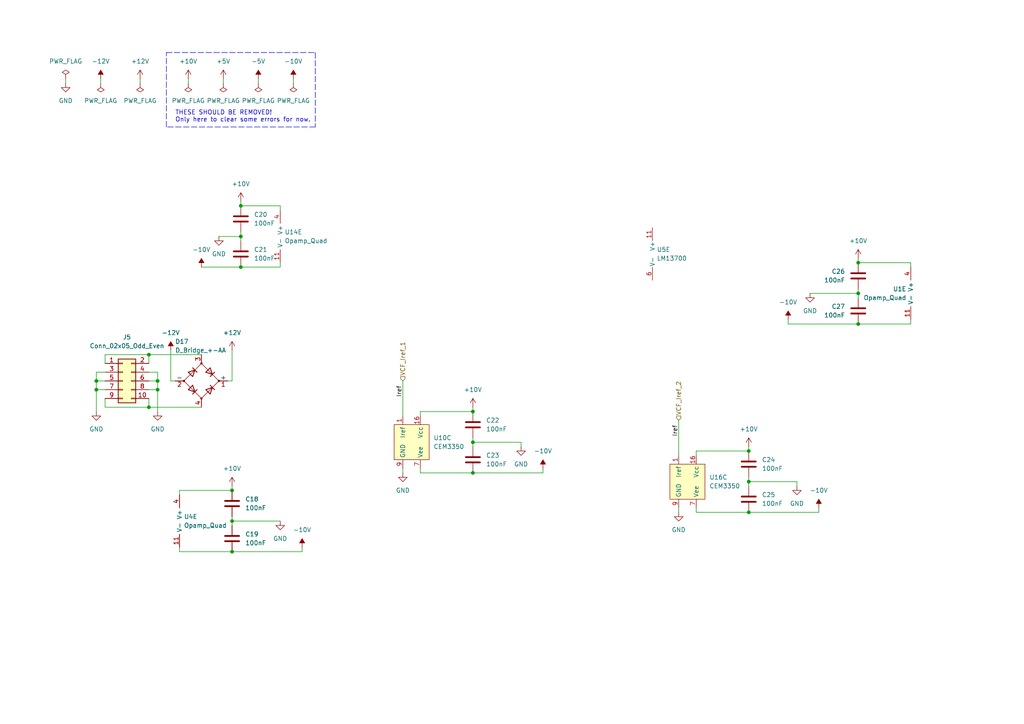
<source format=kicad_sch>
(kicad_sch (version 20210621) (generator eeschema)
  (paper "A4")
  (lib_symbols
    (symbol "Connector_Generic:Conn_02x05_Odd_Even" (pin_names (offset 1.016) hide)
      (property "Reference" "J" (at 1.27 7.62 0))
      (property "Value" "Conn_02x05_Odd_Even" (at 1.27 -7.62 0))
      (symbol "Conn_02x05_Odd_Even_1_1"
        (rectangle (start -1.27 -4.953) (end 0 -5.207) (stroke (width 0.1524)))
        (rectangle (start -1.27 -2.413) (end 0 -2.667) (stroke (width 0.1524)))
        (rectangle (start -1.27 0.127) (end 0 -0.127) (stroke (width 0.1524)))
        (rectangle (start -1.27 2.667) (end 0 2.413) (stroke (width 0.1524)))
        (rectangle (start -1.27 5.207) (end 0 4.953) (stroke (width 0.1524)))
        (rectangle (start -1.27 6.35) (end 3.81 -6.35) (stroke (width 0.254)) (fill (type background)))
        (rectangle (start 3.81 -4.953) (end 2.54 -5.207) (stroke (width 0.1524)))
        (rectangle (start 3.81 -2.413) (end 2.54 -2.667) (stroke (width 0.1524)))
        (rectangle (start 3.81 0.127) (end 2.54 -0.127) (stroke (width 0.1524)))
        (rectangle (start 3.81 2.667) (end 2.54 2.413) (stroke (width 0.1524)))
        (rectangle (start 3.81 5.207) (end 2.54 4.953) (stroke (width 0.1524)))
        (pin passive line (at -5.08 5.08 0) (length 3.81) (name "Pin_1") (number "1"))
        (pin passive line (at 7.62 -5.08 180) (length 3.81) (name "Pin_10") (number "10"))
        (pin passive line (at 7.62 5.08 180) (length 3.81) (name "Pin_2") (number "2"))
        (pin passive line (at -5.08 2.54 0) (length 3.81) (name "Pin_3") (number "3"))
        (pin passive line (at 7.62 2.54 180) (length 3.81) (name "Pin_4") (number "4"))
        (pin passive line (at -5.08 0 0) (length 3.81) (name "Pin_5") (number "5"))
        (pin passive line (at 7.62 0 180) (length 3.81) (name "Pin_6") (number "6"))
        (pin passive line (at -5.08 -2.54 0) (length 3.81) (name "Pin_7") (number "7"))
        (pin passive line (at 7.62 -2.54 180) (length 3.81) (name "Pin_8") (number "8"))
        (pin passive line (at -5.08 -5.08 0) (length 3.81) (name "Pin_9") (number "9"))
      )
    )
    (symbol "Device:C" (pin_numbers hide) (pin_names (offset 0.254))
      (property "Reference" "C" (at 0.635 2.54 0))
      (property "Value" "C" (at 0.635 -2.54 0))
      (symbol "C_0_1"
        (polyline (pts (xy -2.032 -0.762) (xy 2.032 -0.762)) (stroke (width 0.508)))
        (polyline (pts (xy -2.032 0.762) (xy 2.032 0.762)) (stroke (width 0.508)))
      )
      (symbol "C_1_1"
        (pin passive line (at 0 3.81 270) (length 2.794) (name "~") (number "1"))
        (pin passive line (at 0 -3.81 90) (length 2.794) (name "~") (number "2"))
      )
    )
    (symbol "Device:D_Bridge_+-AA" (pin_names (offset 0))
      (property "Reference" "D" (at 2.54 6.985 0))
      (property "Value" "D_Bridge_+-AA" (at 2.54 5.08 0))
      (symbol "D_Bridge_+-AA_0_1"
        (circle (center -5.08 0) (radius 0.254) (fill (type outline)))
        (circle (center 0 -5.08) (radius 0.254) (fill (type outline)))
        (polyline (pts (xy -2.54 3.81) (xy -1.27 2.54)) (stroke (width 0.254)))
        (polyline (pts (xy -1.27 -2.54) (xy -2.54 -3.81)) (stroke (width 0.254)))
        (polyline (pts (xy 2.54 -1.27) (xy 3.81 -2.54)) (stroke (width 0.254)))
        (polyline (pts (xy 2.54 1.27) (xy 3.81 2.54)) (stroke (width 0.254)))
        (polyline (pts (xy -3.81 2.54) (xy -2.54 1.27) (xy -1.905 3.175) (xy -3.81 2.54)) (stroke (width 0.254)))
        (polyline (pts (xy -2.54 -1.27) (xy -3.81 -2.54) (xy -1.905 -3.175) (xy -2.54 -1.27)) (stroke (width 0.254)))
        (polyline (pts (xy 1.27 2.54) (xy 2.54 3.81) (xy 3.175 1.905) (xy 1.27 2.54)) (stroke (width 0.254)))
        (polyline (pts (xy 3.175 -1.905) (xy 1.27 -2.54) (xy 2.54 -3.81) (xy 3.175 -1.905)) (stroke (width 0.254)))
        (polyline (pts (xy -5.08 0) (xy 0 -5.08) (xy 5.08 0) (xy 0 5.08) (xy -5.08 0)))
        (circle (center 0 5.08) (radius 0.254) (fill (type outline)))
        (circle (center 5.08 0) (radius 0.254) (fill (type outline)))
      )
      (symbol "D_Bridge_+-AA_1_1"
        (pin passive line (at 7.62 0 180) (length 2.54) (name "+") (number "1"))
        (pin passive line (at -7.62 0 0) (length 2.54) (name "-") (number "2"))
        (pin passive line (at 0 7.62 270) (length 2.54) (name "~") (number "3"))
        (pin passive line (at 0 -7.62 90) (length 2.54) (name "~") (number "4"))
      )
    )
    (symbol "Device:Opamp_Quad"
      (property "Reference" "U" (at 0 5.08 0))
      (property "Value" "Opamp_Quad" (at 0 -5.08 0))
      (symbol "Opamp_Quad_1_1"
        (polyline (pts (xy -5.08 5.08) (xy 5.08 0) (xy -5.08 -5.08) (xy -5.08 5.08)) (stroke (width 0.254)) (fill (type background)))
        (pin output line (at 7.62 0 180) (length 2.54) (name "~") (number "1"))
        (pin input line (at -7.62 -2.54 0) (length 2.54) (name "-") (number "2"))
        (pin input line (at -7.62 2.54 0) (length 2.54) (name "+") (number "3"))
      )
      (symbol "Opamp_Quad_2_1"
        (polyline (pts (xy -5.08 5.08) (xy 5.08 0) (xy -5.08 -5.08) (xy -5.08 5.08)) (stroke (width 0.254)) (fill (type background)))
        (pin input line (at -7.62 2.54 0) (length 2.54) (name "+") (number "5"))
        (pin input line (at -7.62 -2.54 0) (length 2.54) (name "-") (number "6"))
        (pin output line (at 7.62 0 180) (length 2.54) (name "~") (number "7"))
      )
      (symbol "Opamp_Quad_3_1"
        (polyline (pts (xy -5.08 5.08) (xy 5.08 0) (xy -5.08 -5.08) (xy -5.08 5.08)) (stroke (width 0.254)) (fill (type background)))
        (pin input line (at -7.62 2.54 0) (length 2.54) (name "+") (number "10"))
        (pin output line (at 7.62 0 180) (length 2.54) (name "~") (number "8"))
        (pin input line (at -7.62 -2.54 0) (length 2.54) (name "-") (number "9"))
      )
      (symbol "Opamp_Quad_4_1"
        (polyline (pts (xy -5.08 5.08) (xy 5.08 0) (xy -5.08 -5.08) (xy -5.08 5.08)) (stroke (width 0.254)) (fill (type background)))
        (pin input line (at -7.62 2.54 0) (length 2.54) (name "+") (number "12"))
        (pin input line (at -7.62 -2.54 0) (length 2.54) (name "-") (number "13"))
        (pin output line (at 7.62 0 180) (length 2.54) (name "~") (number "14"))
      )
      (symbol "Opamp_Quad_5_1"
        (pin power_in line (at -2.54 -7.62 90) (length 3.81) (name "V-") (number "11"))
        (pin power_in line (at -2.54 7.62 270) (length 3.81) (name "V+") (number "4"))
      )
    )
    (symbol "Modular_Mayhem:CEM3350"
      (property "Reference" "U" (at -6.35 6.35 0))
      (property "Value" "CEM3350" (at 7.62 6.35 0))
      (symbol "CEM3350_0_1"
        (rectangle (start -5.08 5.08) (end 5.08 -5.08) (stroke (width 0.1524)) (fill (type background)))
      )
      (symbol "CEM3350_1_1"
        (pin input line (at -7.62 3.81 0) (length 2.54) (name "Vif") (number "2"))
        (pin bidirectional line (at 7.62 1.27 180) (length 2.54) (name "Vlp") (number "3"))
        (pin input line (at -7.62 1.27 0) (length 2.54) (name "Viv") (number "4"))
        (pin bidirectional line (at 7.62 -1.27 180) (length 2.54) (name "Vbp") (number "5"))
        (pin input line (at -7.62 -1.27 0) (length 2.54) (name "Vcq") (number "6"))
        (pin input line (at -7.62 -3.81 0) (length 2.54) (name "Vcf") (number "8"))
      )
      (symbol "CEM3350_2_1"
        (pin input line (at -7.62 -3.81 0) (length 2.54) (name "Vcf") (number "10"))
        (pin input line (at -7.62 -1.27 0) (length 2.54) (name "Vcq") (number "11"))
        (pin input line (at -7.62 3.81 0) (length 2.54) (name "Vif") (number "12"))
        (pin bidirectional line (at 7.62 1.27 180) (length 2.54) (name "Vlp") (number "13"))
        (pin input line (at -7.62 1.27 0) (length 2.54) (name "Viv") (number "14"))
        (pin bidirectional line (at 7.62 -1.27 180) (length 2.54) (name "Vbp") (number "15"))
      )
      (symbol "CEM3350_3_1"
        (pin input line (at -2.54 7.62 270) (length 2.54) (name "Iref") (number "1"))
        (pin input line (at 2.54 7.62 270) (length 2.54) (name "Vcc") (number "16"))
        (pin input line (at 2.54 -7.62 90) (length 2.54) (name "Vee") (number "7"))
        (pin input line (at -2.54 -7.62 90) (length 2.54) (name "GND") (number "9"))
      )
    )
    (symbol "Modular_Mayhem:LM13700" (pin_names (offset 0.127))
      (property "Reference" "U" (at 3.81 5.08 0))
      (property "Value" "LM13700" (at 5.08 -5.08 0))
      (symbol "LM13700_1_1"
        (polyline (pts (xy 6.35 1.27) (xy 6.35 0.508)) (stroke (width 0.1524)))
        (polyline (pts (xy 5.08 0) (xy -5.08 -5.08) (xy -5.08 5.08) (xy 5.08 0)) (stroke (width 0.254)) (fill (type background)))
        (circle (center 5.842 0) (radius 0.7184) (stroke (width 0.1524)))
        (circle (center 6.858 0) (radius 0.7184) (stroke (width 0.1524)))
        (pin open_collector line (at 10.16 0 180) (length 2.54) (name "~") (number "12"))
        (pin input line (at -7.62 2.54 0) (length 2.54) (name "-") (number "13"))
        (pin input line (at -7.62 -2.54 0) (length 2.54) (name "+") (number "14"))
        (pin input line (at -7.62 0 0) (length 2.54) (name "DIODE_BIAS") (number "15"))
        (pin input line (at 6.35 3.81 270) (length 2.54) (name "~") (number "16"))
      )
      (symbol "LM13700_2_0"
        (polyline (pts (xy -1.905 2.54) (xy -3.175 2.54)))
      )
      (symbol "LM13700_2_1"
        (circle (center -2.54 1.905) (radius 0.254) (stroke (width 0.254)) (fill (type outline)))
        (polyline (pts (xy -3.81 -0.635) (xy -2.54 -1.27)))
        (polyline (pts (xy -3.81 1.27) (xy -3.81 -1.27)))
        (polyline (pts (xy -2.54 -1.905) (xy -1.27 -2.54)))
        (polyline (pts (xy -2.54 0) (xy -2.54 -2.54)))
        (polyline (pts (xy -3.81 0.635) (xy -2.54 1.27) (xy -2.54 1.905) (xy -2.54 2.54)))
        (polyline (pts (xy -2.54 -1.27) (xy -3.175 -0.635) (xy -3.175 -1.27) (xy -2.54 -1.27)) (fill (type outline)))
        (polyline (pts (xy -2.54 -0.635) (xy -1.27 0) (xy -1.27 1.905) (xy -2.54 1.905)))
        (polyline (pts (xy -1.27 -2.54) (xy -1.905 -1.905) (xy -1.905 -2.54) (xy -1.27 -2.54)) (fill (type outline)))
        (text "V+" (at -2.54 3.81 0) (effects (font (size 1.27 1.27))))
        (pin input line (at -7.62 0 0) (length 3.81) (name "~") (number "10"))
        (pin open_emitter line (at 2.54 -2.54 180) (length 3.81) (name "~") (number "9"))
      )
      (symbol "LM13700_3_1"
        (polyline (pts (xy 6.35 1.27) (xy 6.35 0.508)) (stroke (width 0.1524)))
        (polyline (pts (xy 5.08 0) (xy -5.08 -5.08) (xy -5.08 5.08) (xy 5.08 0)) (stroke (width 0.254)) (fill (type background)))
        (circle (center 5.842 0) (radius 0.7184) (stroke (width 0.1524)))
        (circle (center 6.858 0) (radius 0.7184) (stroke (width 0.1524)))
        (pin input line (at 6.35 3.81 270) (length 2.54) (name "~") (number "1"))
        (pin input line (at -7.62 0 0) (length 2.54) (name "DIODE_BIAS") (number "2"))
        (pin input line (at -7.62 -2.54 0) (length 2.54) (name "+") (number "3"))
        (pin input line (at -7.62 2.54 0) (length 2.54) (name "-") (number "4"))
        (pin open_collector line (at 10.16 0 180) (length 2.54) (name "~") (number "5"))
      )
      (symbol "LM13700_4_0"
        (polyline (pts (xy -3.175 2.54) (xy -1.905 2.54)))
        (text "V+" (at -2.54 3.81 0) (effects (font (size 1.27 1.27))))
      )
      (symbol "LM13700_4_1"
        (circle (center -2.54 1.905) (radius 0.254) (stroke (width 0.254)) (fill (type outline)))
        (polyline (pts (xy -3.81 -0.635) (xy -2.54 -1.27)))
        (polyline (pts (xy -3.81 1.27) (xy -3.81 -1.27)))
        (polyline (pts (xy -2.54 -1.905) (xy -1.27 -2.54)))
        (polyline (pts (xy -2.54 0) (xy -2.54 -2.54)))
        (polyline (pts (xy -3.81 0.635) (xy -2.54 1.27) (xy -2.54 2.54)))
        (polyline (pts (xy -2.54 -1.27) (xy -3.175 -0.635) (xy -3.175 -1.27) (xy -2.54 -1.27)) (fill (type outline)))
        (polyline (pts (xy -2.54 -0.635) (xy -1.27 0) (xy -1.27 1.905) (xy -2.54 1.905)))
        (polyline (pts (xy -1.27 -2.54) (xy -1.905 -1.905) (xy -1.905 -2.54) (xy -1.27 -2.54)) (fill (type outline)))
        (pin input line (at -7.62 0 0) (length 3.81) (name "~") (number "7"))
        (pin open_emitter line (at 2.54 -2.54 180) (length 3.81) (name "~") (number "8"))
      )
      (symbol "LM13700_5_1"
        (pin power_in line (at -2.54 7.62 270) (length 3.81) (name "V+") (number "11"))
        (pin power_in line (at -2.54 -7.62 90) (length 3.81) (name "V-") (number "6"))
      )
    )
    (symbol "power:+10V" (power) (pin_names (offset 0))
      (property "Value" "+10V" (at 0 3.556 0))
      (symbol "+10V_0_1"
        (polyline (pts (xy -0.762 1.27) (xy 0 2.54)))
        (polyline (pts (xy 0 0) (xy 0 2.54)))
        (polyline (pts (xy 0 2.54) (xy 0.762 1.27)))
      )
      (symbol "+10V_1_1"
        (pin power_in line (at 0 0 90) (length 0) hide (name "+10V") (number "1"))
      )
    )
    (symbol "power:+12V" (power) (pin_names (offset 0))
      (property "Value" "+12V" (at 0 3.556 0))
      (symbol "+12V_0_1"
        (polyline (pts (xy -0.762 1.27) (xy 0 2.54)))
        (polyline (pts (xy 0 0) (xy 0 2.54)))
        (polyline (pts (xy 0 2.54) (xy 0.762 1.27)))
      )
      (symbol "+12V_1_1"
        (pin power_in line (at 0 0 90) (length 0) hide (name "+12V") (number "1"))
      )
    )
    (symbol "power:+5V" (power) (pin_names (offset 0))
      (property "Value" "+5V" (at 0 3.556 0))
      (symbol "+5V_0_1"
        (polyline (pts (xy -0.762 1.27) (xy 0 2.54)))
        (polyline (pts (xy 0 0) (xy 0 2.54)))
        (polyline (pts (xy 0 2.54) (xy 0.762 1.27)))
      )
      (symbol "+5V_1_1"
        (pin power_in line (at 0 0 90) (length 0) hide (name "+5V") (number "1"))
      )
    )
    (symbol "power:-10V" (power) (pin_names (offset 0))
      (property "Value" "-10V" (at 0 3.81 0))
      (symbol "-10V_0_0"
        (pin power_in line (at 0 0 90) (length 0) hide (name "-10V") (number "1"))
      )
      (symbol "-10V_0_1"
        (polyline (pts (xy 0 0) (xy 0 1.27) (xy 0.762 1.27) (xy 0 2.54) (xy -0.762 1.27) (xy 0 1.27)) (fill (type outline)))
      )
    )
    (symbol "power:-12V" (power) (pin_names (offset 0))
      (property "Value" "-12V" (at 0 3.81 0))
      (symbol "-12V_0_0"
        (pin power_in line (at 0 0 90) (length 0) hide (name "-12V") (number "1"))
      )
      (symbol "-12V_0_1"
        (polyline (pts (xy 0 0) (xy 0 1.27) (xy 0.762 1.27) (xy 0 2.54) (xy -0.762 1.27) (xy 0 1.27)) (fill (type outline)))
      )
    )
    (symbol "power:-5V" (power) (pin_names (offset 0))
      (property "Value" "-5V" (at 0 3.81 0))
      (symbol "-5V_0_0"
        (pin power_in line (at 0 0 90) (length 0) hide (name "-5V") (number "1"))
      )
      (symbol "-5V_0_1"
        (polyline (pts (xy 0 0) (xy 0 1.27) (xy 0.762 1.27) (xy 0 2.54) (xy -0.762 1.27) (xy 0 1.27)) (fill (type outline)))
      )
    )
    (symbol "power:GND" (power) (pin_names (offset 0))
      (property "Value" "GND" (at 0 -3.81 0))
      (symbol "GND_0_1"
        (polyline (pts (xy 0 0) (xy 0 -1.27) (xy 1.27 -1.27) (xy 0 -2.54) (xy -1.27 -1.27) (xy 0 -1.27)))
      )
      (symbol "GND_1_1"
        (pin power_in line (at 0 0 270) (length 0) hide (name "GND") (number "1"))
      )
    )
    (symbol "power:PWR_FLAG" (power) (pin_numbers hide) (pin_names (offset 0) hide)
      (property "Value" "PWR_FLAG" (at 0 3.81 0))
      (symbol "PWR_FLAG_0_0"
        (pin power_out line (at 0 0 90) (length 0) (name "pwr") (number "1"))
      )
      (symbol "PWR_FLAG_0_1"
        (polyline (pts (xy 0 0) (xy 0 1.27) (xy -1.016 1.905) (xy 0 2.54) (xy 1.016 1.905) (xy 0 1.27)))
      )
    )
  )
  (junction (at 27.94 110.4901))
  (junction (at 217.17 139.7))
  (junction (at 217.17 130.81))
  (junction (at 45.72 113.0301))
  (junction (at 248.92 85.09))
  (junction (at 137.16 128.27))
  (junction (at 248.92 93.98))
  (junction (at 45.72 110.4901))
  (junction (at 137.16 137.16))
  (junction (at 248.92 76.2))
  (junction (at 69.85 68.58))
  (junction (at 67.31 160.02))
  (junction (at 67.31 151.13))
  (junction (at 137.16 119.38))
  (junction (at 69.85 59.69))
  (junction (at 27.94 113.0301))
  (junction (at 43.18 118.1101))
  (junction (at 217.17 148.59))
  (junction (at 69.85 77.47))
  (junction (at 43.18 102.8701))
  (junction (at 67.31 142.24))
  (wire (pts (xy 49.53 101.6) (xy 49.53 110.49)))
  (wire (pts (xy 196.85 121.92) (xy 196.85 132.08)))
  (wire (pts (xy 87.63 160.02) (xy 67.31 160.02)))
  (wire (pts (xy 157.48 137.16) (xy 137.16 137.16)))
  (wire (pts (xy 201.93 130.81) (xy 201.93 132.08)))
  (wire (pts (xy 27.94 113.0301) (xy 27.94 110.4901)))
  (wire (pts (xy 27.94 110.4901) (xy 27.94 107.9501)))
  (wire (pts (xy 27.94 107.9501) (xy 30.48 107.9501)))
  (wire (pts (xy 27.94 119.3801) (xy 27.94 113.0301)))
  (wire (pts (xy 43.18 110.4901) (xy 45.72 110.4901)))
  (wire (pts (xy 201.93 148.59) (xy 201.93 147.32)))
  (wire (pts (xy 248.92 85.09) (xy 248.92 86.36)))
  (polyline (pts (xy 91.44 15.24) (xy 91.44 36.83)))
  (polyline (pts (xy 48.26 36.83) (xy 48.26 15.24)))
  (polyline (pts (xy 48.26 15.24) (xy 91.44 15.24)))
  (polyline (pts (xy 91.44 36.83) (xy 48.26 36.83)))
  (wire (pts (xy 137.16 127) (xy 137.16 128.27)))
  (wire (pts (xy 40.64 22.86) (xy 40.64 24.13)))
  (wire (pts (xy 85.09 22.86) (xy 85.09 24.13)))
  (wire (pts (xy 217.17 139.7) (xy 231.14 139.7)))
  (wire (pts (xy 69.85 68.58) (xy 69.85 69.85)))
  (wire (pts (xy 217.17 130.81) (xy 201.93 130.81)))
  (wire (pts (xy 237.49 147.32) (xy 237.49 148.59)))
  (wire (pts (xy 137.16 118.11) (xy 137.16 119.38)))
  (wire (pts (xy 49.53 110.49) (xy 50.8 110.49)))
  (wire (pts (xy 19.05 22.86) (xy 19.05 24.13)))
  (wire (pts (xy 67.31 160.02) (xy 52.07 160.02)))
  (wire (pts (xy 248.92 76.2) (xy 264.16 76.2)))
  (wire (pts (xy 69.85 77.47) (xy 81.28 77.47)))
  (wire (pts (xy 217.17 129.54) (xy 217.17 130.81)))
  (wire (pts (xy 43.18 102.8701) (xy 43.18 105.4101)))
  (wire (pts (xy 116.84 135.89) (xy 116.84 137.16)))
  (wire (pts (xy 58.42 77.47) (xy 69.85 77.47)))
  (wire (pts (xy 43.18 115.5701) (xy 43.18 118.1101)))
  (wire (pts (xy 45.72 107.9501) (xy 43.18 107.9501)))
  (wire (pts (xy 45.72 110.4901) (xy 45.72 107.9501)))
  (wire (pts (xy 45.72 113.0301) (xy 45.72 110.4901)))
  (wire (pts (xy 45.72 119.3801) (xy 45.72 113.0301)))
  (wire (pts (xy 67.31 101.6) (xy 67.31 110.49)))
  (wire (pts (xy 67.31 140.97) (xy 67.31 142.24)))
  (wire (pts (xy 137.16 128.27) (xy 151.13 128.27)))
  (wire (pts (xy 67.31 149.86) (xy 67.31 151.13)))
  (wire (pts (xy 74.93 22.86) (xy 74.93 24.13)))
  (wire (pts (xy 264.16 76.2) (xy 264.16 77.47)))
  (wire (pts (xy 67.31 142.24) (xy 52.07 142.24)))
  (wire (pts (xy 121.92 137.16) (xy 121.92 135.89)))
  (wire (pts (xy 52.07 142.24) (xy 52.07 143.51)))
  (wire (pts (xy 248.92 85.09) (xy 234.95 85.09)))
  (wire (pts (xy 63.5 68.58) (xy 69.85 68.58)))
  (wire (pts (xy 64.77 22.86) (xy 64.77 24.13)))
  (wire (pts (xy 248.92 74.93) (xy 248.92 76.2)))
  (wire (pts (xy 137.16 137.16) (xy 121.92 137.16)))
  (wire (pts (xy 116.84 110.49) (xy 116.84 120.65)))
  (wire (pts (xy 81.28 77.47) (xy 81.28 76.2)))
  (wire (pts (xy 248.92 83.82) (xy 248.92 85.09)))
  (wire (pts (xy 121.92 119.38) (xy 121.92 120.65)))
  (wire (pts (xy 228.6 93.98) (xy 248.92 93.98)))
  (wire (pts (xy 264.16 93.98) (xy 264.16 92.71)))
  (wire (pts (xy 69.85 67.31) (xy 69.85 68.58)))
  (wire (pts (xy 196.85 147.32) (xy 196.85 148.59)))
  (wire (pts (xy 54.61 22.86) (xy 54.61 24.13)))
  (wire (pts (xy 151.13 128.27) (xy 151.13 129.54)))
  (wire (pts (xy 43.18 102.8701) (xy 58.42 102.87)))
  (wire (pts (xy 30.48 102.8701) (xy 43.18 102.8701)))
  (wire (pts (xy 30.48 105.4101) (xy 30.48 102.8701)))
  (wire (pts (xy 27.94 113.0301) (xy 30.48 113.0301)))
  (wire (pts (xy 157.48 135.89) (xy 157.48 137.16)))
  (wire (pts (xy 27.94 110.4901) (xy 30.48 110.4901)))
  (wire (pts (xy 81.28 60.96) (xy 81.28 59.69)))
  (wire (pts (xy 248.92 93.98) (xy 264.16 93.98)))
  (wire (pts (xy 66.04 110.49) (xy 67.31 110.49)))
  (wire (pts (xy 137.16 119.38) (xy 121.92 119.38)))
  (wire (pts (xy 52.07 160.02) (xy 52.07 158.75)))
  (wire (pts (xy 228.6 92.71) (xy 228.6 93.98)))
  (wire (pts (xy 29.21 22.86) (xy 29.21 24.13)))
  (wire (pts (xy 137.16 128.27) (xy 137.16 129.54)))
  (wire (pts (xy 69.85 58.42) (xy 69.85 59.69)))
  (wire (pts (xy 217.17 139.7) (xy 217.17 140.97)))
  (wire (pts (xy 217.17 138.43) (xy 217.17 139.7)))
  (wire (pts (xy 217.17 148.59) (xy 237.49 148.59)))
  (wire (pts (xy 201.93 148.59) (xy 217.17 148.59)))
  (wire (pts (xy 67.31 151.13) (xy 67.31 152.4)))
  (wire (pts (xy 81.28 59.69) (xy 69.85 59.69)))
  (wire (pts (xy 30.48 115.5701) (xy 30.48 118.1101)))
  (wire (pts (xy 30.48 118.1101) (xy 43.18 118.1101)))
  (wire (pts (xy 43.18 118.1101) (xy 58.42 118.11)))
  (wire (pts (xy 231.14 139.7) (xy 231.14 140.97)))
  (wire (pts (xy 43.18 113.0301) (xy 45.72 113.0301)))
  (wire (pts (xy 67.31 151.13) (xy 81.28 151.13)))
  (wire (pts (xy 87.63 158.75) (xy 87.63 160.02)))
  (text "THESE SHOULD BE REMOVED!\nOnly here to clear some errors for now." (at 50.8 35.56 0) (effects (font (size 1.27 1.27)) (justify left bottom)))
  (label "Iref" (at 116.84 111.76 270))
  (label "Iref" (at 196.85 123.19 270))
  (hierarchical_label "VCF_Iref_2" (shape input) (at 196.85 121.92 90))
  (hierarchical_label "VCF_Iref_1" (shape input) (at 116.84 110.49 90))
  (symbol (lib_id "power:+12V") (at 67.31 101.6 0) (unit 1)
    (property "Reference" "#PWR065" (effects hide))
    (property "Value" "+12V" (at 67.31 96.52 0))
  )
  (symbol (lib_id "power:GND") (at 63.5 68.58 0) (unit 1)
    (property "Reference" "#PWR064" (effects hide))
    (property "Value" "GND" (at 63.5 73.66 0))
  )
  (symbol (lib_id "Device:Opamp_Quad") (at 261.62 85.09 0) (mirror y) (unit 5)
    (property "Reference" "U1" (at 262.89 83.8199 0) (effects (justify left)))
    (property "Value" "Opamp_Quad" (at 262.89 86.3599 0) (effects (justify left)))
  )
  (symbol (lib_id "Device:C") (at 248.92 90.17 0) (mirror y) (unit 1)
    (property "Reference" "C27" (at 245.11 88.8999 0) (effects (justify left)))
    (property "Value" "100nF" (at 245.11 91.4399 0) (effects (justify left)))
  )
  (symbol (lib_id "power:GND") (at 19.05 24.13 0) (unit 1)
    (property "Reference" "#PWR0101" (effects hide))
    (property "Value" "GND" (at 19.05 29.21 0))
  )
  (symbol (lib_id "Device:C") (at 248.92 80.01 0) (mirror y) (unit 1)
    (property "Reference" "C26" (at 245.11 78.7399 0) (effects (justify left)))
    (property "Value" "100nF" (at 245.11 81.2799 0) (effects (justify left)))
  )
  (symbol (lib_id "Device:Opamp_Quad") (at 83.82 68.58 0) (unit 5)
    (property "Reference" "U14" (at 82.55 67.3099 0) (effects (justify left)))
    (property "Value" "Opamp_Quad" (at 82.55 69.8499 0) (effects (justify left)))
  )
  (symbol (lib_id "Device:C") (at 67.31 156.21 0) (unit 1)
    (property "Reference" "C19" (at 71.12 154.9399 0) (effects (justify left)))
    (property "Value" "100nF" (at 71.12 157.4799 0) (effects (justify left)))
  )
  (symbol (lib_id "Connector_Generic:Conn_02x05_Odd_Even") (at 35.56 110.4901 0) (unit 1)
    (property "Reference" "J5" (at 36.83 97.7901 0))
    (property "Value" "Conn_02x05_Odd_Even" (at 36.83 100.3301 0))
  )
  (symbol (lib_id "power:+10V") (at 217.17 129.54 0) (unit 1)
    (property "Reference" "#PWR075" (effects hide))
    (property "Value" "+10V" (at 217.17 124.46 0))
  )
  (symbol (lib_id "power:-5V") (at 74.93 22.86 0) (unit 1)
    (property "Reference" "#PWR059" (effects hide))
    (property "Value" "-5V" (at 74.93 17.78 0))
  )
  (symbol (lib_id "power:PWR_FLAG") (at 74.93 24.13 180) (unit 1)
    (property "Reference" "#FLG03" (effects hide))
    (property "Value" "PWR_FLAG" (at 74.93 29.21 0))
  )
  (symbol (lib_id "Device:C") (at 217.17 134.62 0) (unit 1)
    (property "Reference" "C24" (at 220.98 133.3499 0) (effects (justify left)))
    (property "Value" "100nF" (at 220.98 135.8899 0) (effects (justify left)))
  )
  (symbol (lib_id "Device:C") (at 69.85 73.66 0) (unit 1)
    (property "Reference" "C21" (at 73.66 72.3899 0) (effects (justify left)))
    (property "Value" "100nF" (at 73.66 74.9299 0) (effects (justify left)))
  )
  (symbol (lib_id "power:+10V") (at 248.92 74.93 0) (mirror y) (unit 1)
    (property "Reference" "#PWR080" (effects hide))
    (property "Value" "+10V" (at 248.92 69.85 0))
  )
  (symbol (lib_id "power:+10V") (at 137.16 118.11 0) (unit 1)
    (property "Reference" "#PWR071" (effects hide))
    (property "Value" "+10V" (at 137.16 113.03 0))
  )
  (symbol (lib_id "power:-10V") (at 85.09 22.86 0) (unit 1)
    (property "Reference" "#PWR061" (effects hide))
    (property "Value" "-10V" (at 85.09 17.78 0))
  )
  (symbol (lib_id "power:-10V") (at 58.42 77.47 0) (unit 1)
    (property "Reference" "#PWR063" (effects hide))
    (property "Value" "-10V" (at 58.42 72.39 0))
  )
  (symbol (lib_id "power:-10V") (at 87.63 158.75 0) (unit 1)
    (property "Reference" "#PWR069" (effects hide))
    (property "Value" "-10V" (at 87.63 153.67 0))
  )
  (symbol (lib_id "Device:C") (at 137.16 133.35 0) (unit 1)
    (property "Reference" "C23" (at 140.97 132.0799 0) (effects (justify left)))
    (property "Value" "100nF" (at 140.97 134.6199 0) (effects (justify left)))
  )
  (symbol (lib_id "power:-10V") (at 228.6 92.71 0) (mirror y) (unit 1)
    (property "Reference" "#PWR076" (effects hide))
    (property "Value" "-10V" (at 228.6 87.63 0))
  )
  (symbol (lib_id "power:-10V") (at 157.48 135.89 0) (unit 1)
    (property "Reference" "#PWR073" (effects hide))
    (property "Value" "-10V" (at 157.48 130.81 0))
  )
  (symbol (lib_id "power:PWR_FLAG") (at 19.05 22.86 0) (unit 1)
    (property "Reference" "#FLG0103" (effects hide))
    (property "Value" "PWR_FLAG" (at 19.05 17.78 0))
  )
  (symbol (lib_id "power:+10V") (at 69.85 58.42 0) (unit 1)
    (property "Reference" "#PWR067" (effects hide))
    (property "Value" "+10V" (at 69.85 53.34 0))
  )
  (symbol (lib_id "power:-12V") (at 49.53 101.6 0) (unit 1)
    (property "Reference" "#PWR062" (effects hide))
    (property "Value" "-12V" (at 49.53 96.52 0))
  )
  (symbol (lib_id "power:GND") (at 151.13 129.54 0) (unit 1)
    (property "Reference" "#PWR072" (effects hide))
    (property "Value" "GND" (at 151.13 134.62 0))
  )
  (symbol (lib_id "power:GND") (at 116.84 137.16 0) (unit 1)
    (property "Reference" "#PWR070" (effects hide))
    (property "Value" "GND" (at 116.84 142.24 0))
  )
  (symbol (lib_id "Device:Opamp_Quad") (at 54.61 151.13 0) (unit 5)
    (property "Reference" "U4" (at 53.34 149.8599 0) (effects (justify left)))
    (property "Value" "Opamp_Quad" (at 53.34 152.3999 0) (effects (justify left)))
  )
  (symbol (lib_id "power:+10V") (at 67.31 140.97 0) (unit 1)
    (property "Reference" "#PWR066" (effects hide))
    (property "Value" "+10V" (at 67.31 135.89 0))
  )
  (symbol (lib_id "power:GND") (at 81.28 151.13 0) (unit 1)
    (property "Reference" "#PWR068" (effects hide))
    (property "Value" "GND" (at 81.28 156.21 0))
  )
  (symbol (lib_id "power:-10V") (at 237.49 147.32 0) (unit 1)
    (property "Reference" "#PWR079" (effects hide))
    (property "Value" "-10V" (at 237.49 142.24 0))
  )
  (symbol (lib_id "power:+5V") (at 64.77 22.86 0) (unit 1)
    (property "Reference" "#PWR058" (effects hide))
    (property "Value" "+5V" (at 64.77 17.78 0))
  )
  (symbol (lib_id "Device:C") (at 137.16 123.19 0) (unit 1)
    (property "Reference" "C22" (at 140.97 121.9199 0) (effects (justify left)))
    (property "Value" "100nF" (at 140.97 124.4599 0) (effects (justify left)))
  )
  (symbol (lib_id "Modular_Mayhem:CEM3350") (at 119.38 128.27 0) (unit 3)
    (property "Reference" "U10" (at 125.73 126.9999 0) (effects (justify left)))
    (property "Value" "CEM3350" (at 125.73 129.5399 0) (effects (justify left)))
  )
  (symbol (lib_id "power:PWR_FLAG") (at 85.09 24.13 180) (unit 1)
    (property "Reference" "#FLG04" (effects hide))
    (property "Value" "PWR_FLAG" (at 85.09 29.21 0))
  )
  (symbol (lib_id "power:GND") (at 231.14 140.97 0) (unit 1)
    (property "Reference" "#PWR077" (effects hide))
    (property "Value" "GND" (at 231.14 146.05 0))
  )
  (symbol (lib_id "power:-12V") (at 29.21 22.86 0) (unit 1)
    (property "Reference" "#PWR0103" (effects hide))
    (property "Value" "-12V" (at 29.21 17.78 0))
  )
  (symbol (lib_id "power:PWR_FLAG") (at 54.61 24.13 180) (unit 1)
    (property "Reference" "#FLG01" (effects hide))
    (property "Value" "PWR_FLAG" (at 54.61 29.21 0))
  )
  (symbol (lib_id "power:GND") (at 234.95 85.09 0) (mirror y) (unit 1)
    (property "Reference" "#PWR078" (effects hide))
    (property "Value" "GND" (at 234.95 90.17 0))
  )
  (symbol (lib_id "Device:D_Bridge_+-AA") (at 58.42 110.49 0) (unit 1)
    (property "Reference" "D17" (at 50.8 99.06 0) (effects (justify left)))
    (property "Value" "D_Bridge_+-AA" (at 50.8 101.6 0) (effects (justify left)))
  )
  (symbol (lib_id "power:GND") (at 45.72 119.3801 0) (unit 1)
    (property "Reference" "#PWR060" (effects hide))
    (property "Value" "GND" (at 45.72 124.4601 0))
  )
  (symbol (lib_id "Device:C") (at 67.31 146.05 0) (unit 1)
    (property "Reference" "C18" (at 71.12 144.7799 0) (effects (justify left)))
    (property "Value" "100nF" (at 71.12 147.3199 0) (effects (justify left)))
  )
  (symbol (lib_id "power:PWR_FLAG") (at 29.21 24.13 180) (unit 1)
    (property "Reference" "#FLG0101" (effects hide))
    (property "Value" "PWR_FLAG" (at 29.21 29.21 0))
  )
  (symbol (lib_id "power:PWR_FLAG") (at 64.77 24.13 180) (unit 1)
    (property "Reference" "#FLG02" (effects hide))
    (property "Value" "PWR_FLAG" (at 64.77 29.21 0))
  )
  (symbol (lib_id "Modular_Mayhem:LM13700") (at 191.77 73.66 0) (unit 5)
    (property "Reference" "U5" (at 190.5 72.3899 0) (effects (justify left)))
    (property "Value" "LM13700" (at 190.5 74.9299 0) (effects (justify left)))
    (property "Datasheet" "http://www.ti.com/lit/ds/symlink/lm13700.pdf" (effects hide))
  )
  (symbol (lib_id "power:GND") (at 196.85 148.59 0) (unit 1)
    (property "Reference" "#PWR074" (effects hide))
    (property "Value" "GND" (at 196.85 153.67 0))
  )
  (symbol (lib_id "power:+10V") (at 54.61 22.86 0) (unit 1)
    (property "Reference" "#PWR056" (effects hide))
    (property "Value" "+10V" (at 54.61 17.78 0))
  )
  (symbol (lib_id "power:GND") (at 27.94 119.3801 0) (unit 1)
    (property "Reference" "#PWR057" (effects hide))
    (property "Value" "GND" (at 27.94 124.4601 0))
  )
  (symbol (lib_id "Modular_Mayhem:CEM3350") (at 199.39 139.7 0) (unit 3)
    (property "Reference" "U16" (at 205.74 138.4299 0) (effects (justify left)))
    (property "Value" "CEM3350" (at 205.74 140.9699 0) (effects (justify left)))
  )
  (symbol (lib_id "Device:C") (at 69.85 63.5 0) (unit 1)
    (property "Reference" "C20" (at 73.66 62.2299 0) (effects (justify left)))
    (property "Value" "100nF" (at 73.66 64.7699 0) (effects (justify left)))
  )
  (symbol (lib_id "power:PWR_FLAG") (at 40.64 24.13 180) (unit 1)
    (property "Reference" "#FLG0102" (effects hide))
    (property "Value" "PWR_FLAG" (at 40.64 29.21 0))
  )
  (symbol (lib_id "Device:C") (at 217.17 144.78 0) (unit 1)
    (property "Reference" "C25" (at 220.98 143.5099 0) (effects (justify left)))
    (property "Value" "100nF" (at 220.98 146.0499 0) (effects (justify left)))
  )
  (symbol (lib_id "power:+12V") (at 40.64 22.86 0) (unit 1)
    (property "Reference" "#PWR0102" (effects hide))
    (property "Value" "+12V" (at 40.64 17.78 0))
  )
)
</source>
